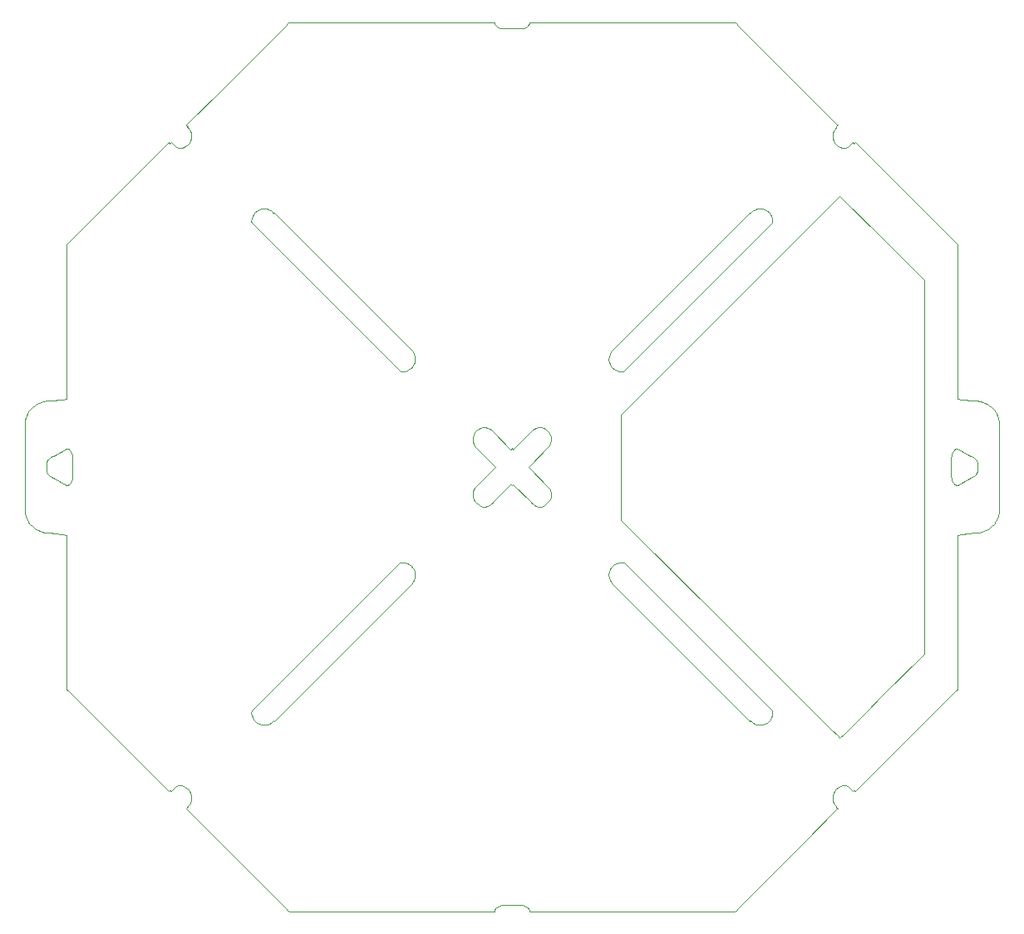
<source format=gm1>
G04 #@! TF.GenerationSoftware,KiCad,Pcbnew,(5.0.0)*
G04 #@! TF.CreationDate,2019-05-25T20:32:28-06:00*
G04 #@! TF.ProjectId,04-H+H_sao,30342D482B485F73616F2E6B69636164,rev?*
G04 #@! TF.SameCoordinates,Original*
G04 #@! TF.FileFunction,Profile,NP*
%FSLAX46Y46*%
G04 Gerber Fmt 4.6, Leading zero omitted, Abs format (unit mm)*
G04 Created by KiCad (PCBNEW (5.0.0)) date 05/25/19 20:32:28*
%MOMM*%
%LPD*%
G01*
G04 APERTURE LIST*
%ADD10C,0.100000*%
G04 APERTURE END LIST*
D10*
X139243104Y-56520225D02*
X139243104Y-56520741D01*
X139243104Y-56520741D02*
X124160304Y-56520741D01*
X124160304Y-56520741D02*
X124154621Y-56520741D01*
X124154621Y-56520741D02*
X123693150Y-56520741D01*
X123693150Y-56520741D02*
X123687464Y-56520741D01*
X123687464Y-56520741D02*
X123632688Y-56520741D01*
X123632688Y-56520741D02*
X123629071Y-56520741D01*
X123629071Y-56520741D02*
X123627005Y-56520741D01*
X123627005Y-56520741D02*
X123627005Y-56523842D01*
X123627005Y-56523842D02*
X123627005Y-56526943D01*
X123627005Y-56526943D02*
X123624936Y-56526943D01*
X123624936Y-56526943D02*
X123624936Y-56527459D01*
X123624936Y-56527459D02*
X123524685Y-56556398D01*
X123524685Y-56556398D02*
X123436317Y-56611692D01*
X123436317Y-56611692D02*
X123368104Y-56688690D01*
X123368104Y-56688690D02*
X123339683Y-56749668D01*
X123339683Y-56749668D02*
X116823285Y-63280535D01*
X116823285Y-63280535D02*
X113142373Y-66954213D01*
X113142373Y-66954213D02*
X113139272Y-66955763D01*
X113139272Y-66955763D02*
X113155292Y-66971783D01*
X113155292Y-66971783D02*
X113144439Y-66982118D01*
X113144439Y-66982118D02*
X113145473Y-66983669D01*
X113145473Y-66983669D02*
X113144956Y-66984185D01*
X113144956Y-66984185D02*
X113147023Y-66986252D01*
X113147023Y-66986252D02*
X113147540Y-66986252D01*
X113147540Y-66986252D02*
X113153741Y-66991937D01*
X113153741Y-66991937D02*
X113151158Y-66994521D01*
X113151158Y-66994521D02*
X113151674Y-66996588D01*
X113151674Y-66996588D02*
X113151674Y-66997104D01*
X113151674Y-66997104D02*
X113152191Y-66999172D01*
X113152191Y-66999172D02*
X113277248Y-67124228D01*
X113277248Y-67124228D02*
X113229189Y-67143866D01*
X113229189Y-67143866D02*
X113251926Y-67165570D01*
X113251926Y-67165570D02*
X113235907Y-67171771D01*
X113235907Y-67171771D02*
X113237457Y-67173838D01*
X113237457Y-67173838D02*
X113236423Y-67174355D01*
X113236423Y-67174355D02*
X113272597Y-67213112D01*
X113272597Y-67213112D02*
X113375950Y-67329384D01*
X113375950Y-67329384D02*
X113432277Y-67410516D01*
X113432277Y-67410516D02*
X113498940Y-67524721D01*
X113498940Y-67524721D02*
X113537180Y-67599135D01*
X113537180Y-67599135D02*
X113604877Y-67793955D01*
X113604877Y-67793955D02*
X113619863Y-67874570D01*
X113619863Y-67874570D02*
X113633298Y-67971722D01*
X113633298Y-67971722D02*
X113640533Y-68082826D01*
X113640533Y-68082826D02*
X113614178Y-68341208D01*
X113614178Y-68341208D02*
X113539764Y-68582021D01*
X113539764Y-68582021D02*
X113421425Y-68799578D01*
X113421425Y-68799578D02*
X113264846Y-68989231D01*
X113264846Y-68989231D02*
X113075193Y-69145810D01*
X113075193Y-69145810D02*
X112857119Y-69264150D01*
X112857119Y-69264150D02*
X112670567Y-69322544D01*
X112670567Y-69322544D02*
X112623024Y-69337013D01*
X112623024Y-69337013D02*
X112495900Y-69349932D01*
X112495900Y-69349932D02*
X112493833Y-69349932D01*
X112493833Y-69349932D02*
X112340871Y-69333913D01*
X112340871Y-69333913D02*
X112096442Y-69256398D01*
X112096442Y-69256398D02*
X111585362Y-68745318D01*
X111585362Y-68745318D02*
X111582261Y-68747385D01*
X111582261Y-68747385D02*
X111579677Y-68744801D01*
X111579677Y-68744801D02*
X111576577Y-68747902D01*
X111576577Y-68747902D02*
X111462889Y-68861073D01*
X111462889Y-68861073D02*
X111349717Y-68747902D01*
X111349717Y-68747902D02*
X111346616Y-68751003D01*
X111346616Y-68751003D02*
X111345583Y-68751519D01*
X111345583Y-68751519D02*
X111343516Y-68749452D01*
X111343516Y-68749452D02*
X111340415Y-68751519D01*
X111340415Y-68751519D02*
X101100214Y-78971566D01*
X101100214Y-78971566D02*
X101082127Y-78980353D01*
X101082127Y-78980353D02*
X101079026Y-78982419D01*
X101079026Y-78982419D02*
X101002028Y-79050632D01*
X101002028Y-79050632D02*
X100946735Y-79138481D01*
X100946735Y-79138481D02*
X100916762Y-79238734D01*
X100916762Y-79238734D02*
X100913662Y-79238734D01*
X100913662Y-79238734D02*
X100913662Y-79240801D01*
X100913662Y-79240801D02*
X100911595Y-79240801D01*
X100911595Y-79240801D02*
X100909528Y-79240801D01*
X100909528Y-79240801D02*
X100909528Y-79243902D01*
X100909528Y-79243902D02*
X100909528Y-79300745D01*
X100909528Y-79300745D02*
X100909528Y-79303846D01*
X100909528Y-79303846D02*
X100909528Y-79768417D01*
X100909528Y-79768417D02*
X100909528Y-79771002D01*
X100909528Y-79771002D02*
X100909528Y-94856385D01*
X100909528Y-94856385D02*
X100462527Y-94927698D01*
X100462527Y-94927698D02*
X100460976Y-94927698D01*
X100460976Y-94927698D02*
X100239284Y-94962321D01*
X100239284Y-94962321D02*
X100237217Y-94962321D01*
X100237217Y-94962321D02*
X100019143Y-94993328D01*
X100019143Y-94993328D02*
X100017076Y-94993328D01*
X100017076Y-94993328D02*
X99803652Y-95021233D01*
X99803652Y-95021233D02*
X99802618Y-95021233D01*
X99802618Y-95021233D02*
X99596429Y-95042937D01*
X99596429Y-95042937D02*
X99594363Y-95042937D01*
X99594363Y-95042937D02*
X99396442Y-95056373D01*
X99396442Y-95056373D02*
X99394375Y-95056373D01*
X99394375Y-95056373D02*
X99299807Y-95060508D01*
X99299807Y-95060508D02*
X99297740Y-95060508D01*
X99297740Y-95060508D02*
X99205756Y-95061540D01*
X99205756Y-95061540D02*
X99204722Y-95061540D01*
X99204722Y-95061540D02*
X99196971Y-95061540D01*
X99196971Y-95061540D02*
X99085866Y-95064641D01*
X99085866Y-95064641D02*
X98996983Y-95070327D01*
X98996983Y-95070327D02*
X98965977Y-95072393D01*
X98965977Y-95072393D02*
X98963910Y-95072393D01*
X98963910Y-95072393D02*
X98847121Y-95086863D01*
X98847121Y-95086863D02*
X98845054Y-95086863D01*
X98845054Y-95086863D02*
X98730332Y-95104950D01*
X98730332Y-95104950D02*
X98728265Y-95104950D01*
X98728265Y-95104950D02*
X98613027Y-95127686D01*
X98613027Y-95127686D02*
X98500372Y-95155591D01*
X98500372Y-95155591D02*
X98389268Y-95188148D01*
X98389268Y-95188148D02*
X98280748Y-95225354D01*
X98280748Y-95225354D02*
X98174294Y-95266695D01*
X98174294Y-95266695D02*
X98070424Y-95312172D01*
X98070424Y-95312172D02*
X97969139Y-95362297D01*
X97969139Y-95362297D02*
X97870953Y-95416558D01*
X97870953Y-95416558D02*
X97775352Y-95474435D01*
X97775352Y-95474435D02*
X97682851Y-95536448D01*
X97682851Y-95536448D02*
X97593968Y-95601560D01*
X97593968Y-95601560D02*
X97507668Y-95670291D01*
X97507668Y-95670291D02*
X97425503Y-95743154D01*
X97425503Y-95743154D02*
X97346438Y-95819635D01*
X97346438Y-95819635D02*
X97271507Y-95899216D01*
X97271507Y-95899216D02*
X97200710Y-95981382D01*
X97200710Y-95981382D02*
X97133531Y-96067166D01*
X97133531Y-96067166D02*
X97069969Y-96155531D01*
X97069969Y-96155531D02*
X97011058Y-96247516D01*
X97011058Y-96247516D02*
X96956797Y-96340533D01*
X96956797Y-96340533D02*
X96907188Y-96437167D01*
X96907188Y-96437167D02*
X96862229Y-96535870D01*
X96862229Y-96535870D02*
X96821922Y-96636639D01*
X96821922Y-96636639D02*
X96786782Y-96740509D01*
X96786782Y-96740509D02*
X96756810Y-96845927D01*
X96756810Y-96845927D02*
X96732005Y-96953414D01*
X96732005Y-96953414D02*
X96712368Y-97062970D01*
X96712368Y-97062970D02*
X96698415Y-97174074D01*
X96698415Y-97174074D02*
X96686013Y-97174074D01*
X96686013Y-97174074D02*
X96686530Y-97176140D01*
X96686530Y-97176140D02*
X96686013Y-97176140D01*
X96686013Y-97176140D02*
X96688080Y-97182342D01*
X96688080Y-97182342D02*
X96688597Y-97184408D01*
X96688597Y-97184408D02*
X96689113Y-97187509D01*
X96689113Y-97187509D02*
X96689113Y-97188025D01*
X96689113Y-97188025D02*
X96689113Y-97204046D01*
X96689113Y-97204046D02*
X96688597Y-97204046D01*
X96688597Y-97204046D02*
X96688597Y-97205080D01*
X96688597Y-97205080D02*
X96686530Y-97205080D01*
X96686530Y-97205080D02*
X96686013Y-97206112D01*
X96686013Y-97206112D02*
X96689113Y-97217481D01*
X96689113Y-97217481D02*
X96689113Y-97399382D01*
X96689113Y-97399382D02*
X96689113Y-97428838D01*
X96689113Y-97428838D02*
X96689113Y-98440663D01*
X96689113Y-98440663D02*
X96689113Y-98470119D01*
X96689113Y-98470119D02*
X96689113Y-98501642D01*
X96689113Y-98501642D02*
X96689113Y-98530579D01*
X96689113Y-98530579D02*
X96689113Y-105075916D01*
X96689113Y-105075916D02*
X96689113Y-105104856D01*
X96689113Y-105104856D02*
X96689113Y-105136378D01*
X96689113Y-105136378D02*
X96689113Y-105165834D01*
X96689113Y-105165834D02*
X96689113Y-106177659D01*
X96689113Y-106177659D02*
X96689113Y-106207113D01*
X96689113Y-106207113D02*
X96689113Y-106389014D01*
X96689113Y-106389014D02*
X96686013Y-106400383D01*
X96686013Y-106400383D02*
X96686530Y-106401417D01*
X96686530Y-106401417D02*
X96688597Y-106401417D01*
X96688597Y-106401417D02*
X96688597Y-106402452D01*
X96688597Y-106402452D02*
X96689113Y-106402452D01*
X96689113Y-106402452D02*
X96689113Y-106418470D01*
X96689113Y-106418470D02*
X96689113Y-106418988D01*
X96689113Y-106418988D02*
X96688597Y-106422087D01*
X96688597Y-106422087D02*
X96688080Y-106424156D01*
X96688080Y-106424156D02*
X96686013Y-106430355D01*
X96686013Y-106430355D02*
X96686530Y-106430355D01*
X96686530Y-106430355D02*
X96686013Y-106432424D01*
X96686013Y-106432424D02*
X96698415Y-106432424D01*
X96698415Y-106432424D02*
X96712368Y-106543528D01*
X96712368Y-106543528D02*
X96732005Y-106653081D01*
X96732005Y-106653081D02*
X96756810Y-106760568D01*
X96756810Y-106760568D02*
X96786782Y-106865989D01*
X96786782Y-106865989D02*
X96821922Y-106969859D01*
X96821922Y-106969859D02*
X96862229Y-107070628D01*
X96862229Y-107070628D02*
X96907188Y-107169328D01*
X96907188Y-107169328D02*
X96956797Y-107265965D01*
X96956797Y-107265965D02*
X97011058Y-107358982D01*
X97011058Y-107358982D02*
X97069969Y-107450967D01*
X97069969Y-107450967D02*
X97133531Y-107539332D01*
X97133531Y-107539332D02*
X97200710Y-107625115D01*
X97200710Y-107625115D02*
X97271507Y-107707282D01*
X97271507Y-107707282D02*
X97346438Y-107786863D01*
X97346438Y-107786863D02*
X97425503Y-107863344D01*
X97425503Y-107863344D02*
X97507668Y-107936207D01*
X97507668Y-107936207D02*
X97593968Y-108004938D01*
X97593968Y-108004938D02*
X97682851Y-108070049D01*
X97682851Y-108070049D02*
X97775352Y-108132060D01*
X97775352Y-108132060D02*
X97870953Y-108189937D01*
X97870953Y-108189937D02*
X97969139Y-108244198D01*
X97969139Y-108244198D02*
X98070424Y-108294326D01*
X98070424Y-108294326D02*
X98174294Y-108339800D01*
X98174294Y-108339800D02*
X98280748Y-108381141D01*
X98280748Y-108381141D02*
X98389268Y-108418349D01*
X98389268Y-108418349D02*
X98500372Y-108450904D01*
X98500372Y-108450904D02*
X98613027Y-108478809D01*
X98613027Y-108478809D02*
X98728265Y-108501548D01*
X98728265Y-108501548D02*
X98730332Y-108501548D01*
X98730332Y-108501548D02*
X98845054Y-108519635D01*
X98845054Y-108519635D02*
X98847121Y-108519635D01*
X98847121Y-108519635D02*
X98963910Y-108534105D01*
X98963910Y-108534105D02*
X98965977Y-108534105D01*
X98965977Y-108534105D02*
X98996983Y-108536171D01*
X98996983Y-108536171D02*
X99085866Y-108541854D01*
X99085866Y-108541854D02*
X99196971Y-108544955D01*
X99196971Y-108544955D02*
X99204722Y-108544955D01*
X99204722Y-108544955D02*
X99205756Y-108544955D01*
X99205756Y-108544955D02*
X99297740Y-108545990D01*
X99297740Y-108545990D02*
X99299807Y-108545990D01*
X99299807Y-108545990D02*
X99394375Y-108550122D01*
X99394375Y-108550122D02*
X99396442Y-108550122D01*
X99396442Y-108550122D02*
X99594363Y-108563558D01*
X99594363Y-108563558D02*
X99596429Y-108563558D01*
X99596429Y-108563558D02*
X99802618Y-108585264D01*
X99802618Y-108585264D02*
X99803652Y-108585264D01*
X99803652Y-108585264D02*
X100017076Y-108613167D01*
X100017076Y-108613167D02*
X100019143Y-108613167D01*
X100019143Y-108613167D02*
X100237217Y-108644174D01*
X100237217Y-108644174D02*
X100239284Y-108644174D01*
X100239284Y-108644174D02*
X100460976Y-108678797D01*
X100460976Y-108678797D02*
X100462527Y-108678797D01*
X100462527Y-108678797D02*
X100909528Y-108750110D01*
X100909528Y-108750110D02*
X100909528Y-123835496D01*
X100909528Y-123835496D02*
X100909528Y-123838078D01*
X100909528Y-123838078D02*
X100909528Y-124302649D01*
X100909528Y-124302649D02*
X100909528Y-124305750D01*
X100909528Y-124305750D02*
X100909528Y-124362593D01*
X100909528Y-124362593D02*
X100909528Y-124365694D01*
X100909528Y-124365694D02*
X100911595Y-124365694D01*
X100911595Y-124365694D02*
X100913662Y-124365694D01*
X100913662Y-124365694D02*
X100913662Y-124367763D01*
X100913662Y-124367763D02*
X100916762Y-124367763D01*
X100916762Y-124367763D02*
X100946735Y-124468014D01*
X100946735Y-124468014D02*
X101002028Y-124555863D01*
X101002028Y-124555863D02*
X101079026Y-124624078D01*
X101079026Y-124624078D02*
X101082127Y-124626145D01*
X101082127Y-124626145D02*
X101100214Y-124634929D01*
X101100214Y-124634929D02*
X111340415Y-134854976D01*
X111340415Y-134854976D02*
X111343516Y-134857045D01*
X111343516Y-134857045D02*
X111346100Y-134854460D01*
X111346100Y-134854460D02*
X111346616Y-134854976D01*
X111346616Y-134854976D02*
X111349717Y-134858077D01*
X111349717Y-134858077D02*
X111462889Y-134744907D01*
X111462889Y-134744907D02*
X111576577Y-134858077D01*
X111576577Y-134858077D02*
X111579677Y-134861178D01*
X111579677Y-134861178D02*
X111582261Y-134859111D01*
X111582261Y-134859111D02*
X111585362Y-134861178D01*
X111585362Y-134861178D02*
X112096442Y-134350098D01*
X112096442Y-134350098D02*
X112342938Y-134272067D01*
X112342938Y-134272067D02*
X112498484Y-134256565D01*
X112498484Y-134256565D02*
X112620957Y-134268966D01*
X112620957Y-134268966D02*
X112857119Y-134342346D01*
X112857119Y-134342346D02*
X113075193Y-134460686D01*
X113075193Y-134460686D02*
X113264846Y-134617266D01*
X113264846Y-134617266D02*
X113421425Y-134806917D01*
X113421425Y-134806917D02*
X113539764Y-135024476D01*
X113539764Y-135024476D02*
X113614178Y-135265289D01*
X113614178Y-135265289D02*
X113640533Y-135523671D01*
X113640533Y-135523671D02*
X113633298Y-135633740D01*
X113633298Y-135633740D02*
X113619346Y-135733477D01*
X113619346Y-135733477D02*
X113604877Y-135811508D01*
X113604877Y-135811508D02*
X113536147Y-136008395D01*
X113536147Y-136008395D02*
X113501007Y-136077642D01*
X113501007Y-136077642D02*
X113430727Y-136198564D01*
X113430727Y-136198564D02*
X113377500Y-136274529D01*
X113377500Y-136274529D02*
X113263295Y-136403204D01*
X113263295Y-136403204D02*
X113236423Y-136432141D01*
X113236423Y-136432141D02*
X113237457Y-136432660D01*
X113237457Y-136432660D02*
X113235907Y-136434208D01*
X113235907Y-136434208D02*
X113252443Y-136440410D01*
X113252443Y-136440410D02*
X113229189Y-136462632D01*
X113229189Y-136462632D02*
X113277248Y-136482269D01*
X113277248Y-136482269D02*
X113152191Y-136607325D01*
X113152191Y-136607325D02*
X113151674Y-136608359D01*
X113151674Y-136608359D02*
X113151674Y-136608875D01*
X113151674Y-136608875D02*
X113151674Y-136609910D01*
X113151674Y-136609910D02*
X113151158Y-136611460D01*
X113151158Y-136611460D02*
X113153741Y-136614042D01*
X113153741Y-136614042D02*
X113147540Y-136620244D01*
X113147540Y-136620244D02*
X113147023Y-136620244D01*
X113147023Y-136620244D02*
X113144956Y-136622311D01*
X113144956Y-136622311D02*
X113145473Y-136622827D01*
X113145473Y-136622827D02*
X113144439Y-136623861D01*
X113144439Y-136623861D02*
X113155292Y-136634714D01*
X113155292Y-136634714D02*
X113139272Y-136650732D01*
X113139272Y-136650732D02*
X113142373Y-136652283D01*
X113142373Y-136652283D02*
X116823285Y-140325961D01*
X116823285Y-140325961D02*
X123339683Y-146856828D01*
X123339683Y-146856828D02*
X123368104Y-146917806D01*
X123368104Y-146917806D02*
X123436317Y-146994805D01*
X123436317Y-146994805D02*
X123524685Y-147050098D01*
X123524685Y-147050098D02*
X123624936Y-147079038D01*
X123624936Y-147079038D02*
X123624936Y-147079554D01*
X123624936Y-147079554D02*
X123627005Y-147079554D01*
X123627005Y-147079554D02*
X123627005Y-147082655D01*
X123627005Y-147082655D02*
X123627005Y-147085756D01*
X123627005Y-147085756D02*
X123629071Y-147085756D01*
X123629071Y-147085756D02*
X123632688Y-147085756D01*
X123632688Y-147085756D02*
X123687464Y-147085756D01*
X123687464Y-147085756D02*
X123693150Y-147085756D01*
X123693150Y-147085756D02*
X124154621Y-147085756D01*
X124154621Y-147085756D02*
X124160304Y-147085756D01*
X124160304Y-147085756D02*
X139243104Y-147085756D01*
X139243104Y-147085756D02*
X139243104Y-147086272D01*
X139243104Y-147086272D02*
X139248790Y-147086272D01*
X139248790Y-147086272D02*
X139487018Y-147086272D01*
X139487018Y-147086272D02*
X144259337Y-147086272D01*
X144259337Y-147086272D02*
X144489297Y-147086272D01*
X144489297Y-147086272D02*
X144496015Y-147086272D01*
X144496015Y-147086272D02*
X144496531Y-147068185D01*
X144496531Y-147068185D02*
X144502732Y-147031495D01*
X144502732Y-147031495D02*
X144502732Y-147030979D01*
X144502732Y-147030979D02*
X144513067Y-146995837D01*
X144513067Y-146995837D02*
X144527019Y-146959147D01*
X144527019Y-146959147D02*
X144545105Y-146922974D01*
X144545105Y-146922974D02*
X144565777Y-146887834D01*
X144565777Y-146887834D02*
X144589032Y-146853211D01*
X144589032Y-146853211D02*
X144613836Y-146819103D01*
X144613836Y-146819103D02*
X144643292Y-146786549D01*
X144643292Y-146786549D02*
X144706337Y-146724020D01*
X144706337Y-146724020D02*
X144778166Y-146666658D01*
X144778166Y-146666658D02*
X144857232Y-146614467D01*
X144857232Y-146614467D02*
X144940430Y-146568474D01*
X144940430Y-146568474D02*
X145028282Y-146529199D01*
X145028282Y-146529199D02*
X145118198Y-146497677D01*
X145118198Y-146497677D02*
X145210183Y-146473907D01*
X145210183Y-146473907D02*
X145301134Y-146460471D01*
X145301134Y-146460471D02*
X145390015Y-146455820D01*
X145390015Y-146455820D02*
X147205409Y-146455820D01*
X147205409Y-146455820D02*
X147294809Y-146460471D01*
X147294809Y-146460471D02*
X147385759Y-146473907D01*
X147385759Y-146473907D02*
X147477226Y-146497677D01*
X147477226Y-146497677D02*
X147567145Y-146529199D01*
X147567145Y-146529199D02*
X147654994Y-146568474D01*
X147654994Y-146568474D02*
X147738711Y-146614467D01*
X147738711Y-146614467D02*
X147817258Y-146666658D01*
X147817258Y-146666658D02*
X147889090Y-146724020D01*
X147889090Y-146724020D02*
X147952650Y-146786549D01*
X147952650Y-146786549D02*
X147981591Y-146819103D01*
X147981591Y-146819103D02*
X148006911Y-146853211D01*
X148006911Y-146853211D02*
X148030165Y-146887834D01*
X148030165Y-146887834D02*
X148050319Y-146922974D01*
X148050319Y-146922974D02*
X148068406Y-146959147D01*
X148068406Y-146959147D02*
X148082357Y-146995837D01*
X148082357Y-146995837D02*
X148092176Y-147030979D01*
X148092176Y-147030979D02*
X148092176Y-147031495D01*
X148092176Y-147031495D02*
X148098378Y-147068185D01*
X148098378Y-147068185D02*
X148099412Y-147086272D01*
X148099412Y-147086272D02*
X148105611Y-147086272D01*
X148105611Y-147086272D02*
X148341257Y-147086272D01*
X148341257Y-147086272D02*
X153114092Y-147086272D01*
X153114092Y-147086272D02*
X153346121Y-147086272D01*
X153346121Y-147086272D02*
X153351804Y-147086272D01*
X153351804Y-147086272D02*
X153351804Y-147085756D01*
X153351804Y-147085756D02*
X168432538Y-147085756D01*
X168432538Y-147085756D02*
X168438221Y-147085756D01*
X168438221Y-147085756D02*
X168899691Y-147085756D01*
X168899691Y-147085756D02*
X168905377Y-147085756D01*
X168905377Y-147085756D02*
X168960154Y-147085756D01*
X168960154Y-147085756D02*
X168961704Y-147085756D01*
X168961704Y-147085756D02*
X168966356Y-147085756D01*
X168966356Y-147085756D02*
X168968422Y-147085756D01*
X168968422Y-147085756D02*
X168968422Y-147082655D01*
X168968422Y-147082655D02*
X168968422Y-147079554D01*
X168968422Y-147079554D02*
X168969973Y-147079554D01*
X168969973Y-147079554D02*
X168969973Y-147079038D01*
X168969973Y-147079038D02*
X169070223Y-147050098D01*
X169070223Y-147050098D02*
X169158592Y-146994805D01*
X169158592Y-146994805D02*
X169226804Y-146917806D01*
X169226804Y-146917806D02*
X169255225Y-146856828D01*
X169255225Y-146856828D02*
X175771624Y-140325961D01*
X175771624Y-140325961D02*
X179452537Y-136652283D01*
X179452537Y-136652283D02*
X179455638Y-136650732D01*
X179455638Y-136650732D02*
X179439101Y-136634196D01*
X179439101Y-136634196D02*
X179449952Y-136623861D01*
X179449952Y-136623861D02*
X179449436Y-136622827D01*
X179449436Y-136622827D02*
X179449952Y-136622311D01*
X179449952Y-136622311D02*
X179447885Y-136620244D01*
X179447885Y-136620244D02*
X179447369Y-136620244D01*
X179447369Y-136620244D02*
X179441168Y-136614042D01*
X179441168Y-136614042D02*
X179443750Y-136611460D01*
X179443750Y-136611460D02*
X179443234Y-136610425D01*
X179443234Y-136610425D02*
X179443234Y-136608875D01*
X179443234Y-136608875D02*
X179443234Y-136607325D01*
X179443234Y-136607325D02*
X179318179Y-136482269D01*
X179318179Y-136482269D02*
X179366238Y-136462632D01*
X179366238Y-136462632D02*
X179342981Y-136440410D01*
X179342981Y-136440410D02*
X179359001Y-136434208D01*
X179359001Y-136434208D02*
X179357451Y-136432660D01*
X179357451Y-136432660D02*
X179359001Y-136432141D01*
X179359001Y-136432141D02*
X179321796Y-136392351D01*
X179321796Y-136392351D02*
X179219992Y-136277111D01*
X179219992Y-136277111D02*
X179161080Y-136193397D01*
X179161080Y-136193397D02*
X179100620Y-136090043D01*
X179100620Y-136090043D02*
X179056178Y-136002712D01*
X179056178Y-136002712D02*
X178991066Y-135815125D01*
X178991066Y-135815125D02*
X178974011Y-135722624D01*
X178974011Y-135722624D02*
X178962642Y-135640976D01*
X178962642Y-135640976D02*
X178954893Y-135523671D01*
X178954893Y-135523671D02*
X178980729Y-135265289D01*
X178980729Y-135265289D02*
X179055662Y-135024476D01*
X179055662Y-135024476D02*
X179173999Y-134806917D01*
X179173999Y-134806917D02*
X179330064Y-134617266D01*
X179330064Y-134617266D02*
X179520233Y-134460686D01*
X179520233Y-134460686D02*
X179737789Y-134342346D01*
X179737789Y-134342346D02*
X179974467Y-134268450D01*
X179974467Y-134268450D02*
X180096424Y-134256565D01*
X180096424Y-134256565D02*
X180251970Y-134272067D01*
X180251970Y-134272067D02*
X180498985Y-134350098D01*
X180498985Y-134350098D02*
X181010065Y-134861178D01*
X181010065Y-134861178D02*
X181013163Y-134859111D01*
X181013163Y-134859111D02*
X181015232Y-134861178D01*
X181015232Y-134861178D02*
X181018333Y-134858077D01*
X181018333Y-134858077D02*
X181132019Y-134744907D01*
X181132019Y-134744907D02*
X181245192Y-134858077D01*
X181245192Y-134858077D02*
X181247774Y-134854976D01*
X181247774Y-134854976D02*
X181248809Y-134853944D01*
X181248809Y-134853944D02*
X181251910Y-134857045D01*
X181251910Y-134857045D02*
X181255011Y-134854976D01*
X181255011Y-134854976D02*
X191495211Y-124634929D01*
X191495211Y-124634929D02*
X191513298Y-124626145D01*
X191513298Y-124626145D02*
X191515883Y-124624078D01*
X191515883Y-124624078D02*
X191592879Y-124555863D01*
X191592879Y-124555863D02*
X191648175Y-124468014D01*
X191648175Y-124468014D02*
X191678663Y-124367763D01*
X191678663Y-124367763D02*
X191681248Y-124367763D01*
X191681248Y-124367763D02*
X191681248Y-124365694D01*
X191681248Y-124365694D02*
X191683314Y-124365694D01*
X191683314Y-124365694D02*
X191685380Y-124365694D01*
X191685380Y-124365694D02*
X191685380Y-124362593D01*
X191685380Y-124362593D02*
X191685380Y-124305750D01*
X191685380Y-124305750D02*
X191685380Y-124302649D01*
X191685380Y-124302649D02*
X191685380Y-123838078D01*
X191685380Y-123838078D02*
X191685380Y-123835496D01*
X191685380Y-123835496D02*
X191685380Y-108750110D01*
X191685380Y-108750110D02*
X192132383Y-108678797D01*
X192132383Y-108678797D02*
X192134450Y-108678797D01*
X192134450Y-108678797D02*
X192356141Y-108644174D01*
X192356141Y-108644174D02*
X192358208Y-108644174D01*
X192358208Y-108644174D02*
X192576283Y-108613167D01*
X192576283Y-108613167D02*
X192578349Y-108613167D01*
X192578349Y-108613167D02*
X192791773Y-108585264D01*
X192791773Y-108585264D02*
X192792807Y-108585264D01*
X192792807Y-108585264D02*
X192998997Y-108563558D01*
X192998997Y-108563558D02*
X193000547Y-108563558D01*
X193000547Y-108563558D02*
X193198466Y-108550122D01*
X193198466Y-108550122D02*
X193200533Y-108550122D01*
X193200533Y-108550122D02*
X193295103Y-108545990D01*
X193295103Y-108545990D02*
X193297169Y-108545990D01*
X193297169Y-108545990D02*
X193389154Y-108544955D01*
X193389154Y-108544955D02*
X193390186Y-108544955D01*
X193390186Y-108544955D02*
X193398454Y-108544955D01*
X193398454Y-108544955D02*
X193509558Y-108541854D01*
X193509558Y-108541854D02*
X193598442Y-108536171D01*
X193598442Y-108536171D02*
X193629449Y-108534105D01*
X193629449Y-108534105D02*
X193631515Y-108534105D01*
X193631515Y-108534105D02*
X193748305Y-108519635D01*
X193748305Y-108519635D02*
X193749855Y-108519635D01*
X193749855Y-108519635D02*
X193864576Y-108501548D01*
X193864576Y-108501548D02*
X193866642Y-108501548D01*
X193866642Y-108501548D02*
X193981882Y-108478809D01*
X193981882Y-108478809D02*
X194094536Y-108450904D01*
X194094536Y-108450904D02*
X194205640Y-108418349D01*
X194205640Y-108418349D02*
X194314161Y-108381141D01*
X194314161Y-108381141D02*
X194420614Y-108339800D01*
X194420614Y-108339800D02*
X194524484Y-108294326D01*
X194524484Y-108294326D02*
X194625769Y-108244198D01*
X194625769Y-108244198D02*
X194723956Y-108189937D01*
X194723956Y-108189937D02*
X194819558Y-108132060D01*
X194819558Y-108132060D02*
X194912059Y-108070049D01*
X194912059Y-108070049D02*
X195000940Y-108004938D01*
X195000940Y-108004938D02*
X195087239Y-107936207D01*
X195087239Y-107936207D02*
X195169406Y-107863344D01*
X195169406Y-107863344D02*
X195248987Y-107786863D01*
X195248987Y-107786863D02*
X195323401Y-107707282D01*
X195323401Y-107707282D02*
X195394198Y-107625115D01*
X195394198Y-107625115D02*
X195461895Y-107539332D01*
X195461895Y-107539332D02*
X195525455Y-107450967D01*
X195525455Y-107450967D02*
X195584368Y-107358982D01*
X195584368Y-107358982D02*
X195638628Y-107265965D01*
X195638628Y-107265965D02*
X195688238Y-107169328D01*
X195688238Y-107169328D02*
X195733196Y-107070628D01*
X195733196Y-107070628D02*
X195773502Y-106969859D01*
X195773502Y-106969859D02*
X195808644Y-106865989D01*
X195808644Y-106865989D02*
X195838616Y-106760568D01*
X195838616Y-106760568D02*
X195863421Y-106653081D01*
X195863421Y-106653081D02*
X195883058Y-106543528D01*
X195883058Y-106543528D02*
X195897010Y-106432424D01*
X195897010Y-106432424D02*
X195909413Y-106432424D01*
X195909413Y-106432424D02*
X195908895Y-106430355D01*
X195908895Y-106430355D02*
X195909413Y-106430355D01*
X195909413Y-106430355D02*
X195907344Y-106424156D01*
X195907344Y-106424156D02*
X195906828Y-106422087D01*
X195906828Y-106422087D02*
X195906313Y-106418988D01*
X195906313Y-106418988D02*
X195906313Y-106418470D01*
X195906313Y-106418470D02*
X195906313Y-106402452D01*
X195906313Y-106402452D02*
X195906313Y-106401417D01*
X195906313Y-106401417D02*
X195908379Y-106401417D01*
X195908379Y-106401417D02*
X195908895Y-106400383D01*
X195908895Y-106400383D02*
X195906313Y-106391083D01*
X195906313Y-106391083D02*
X195906313Y-106207113D01*
X195906313Y-106207113D02*
X195906313Y-105165834D01*
X195906313Y-105165834D02*
X195906313Y-105104856D01*
X195906313Y-105104856D02*
X195906313Y-98530579D01*
X195906313Y-98530579D02*
X195906313Y-98470119D01*
X195906313Y-98470119D02*
X195906313Y-97428838D01*
X195906313Y-97428838D02*
X195906313Y-97217481D01*
X195906313Y-97217481D02*
X195909413Y-97206112D01*
X195909413Y-97206112D02*
X195908895Y-97205080D01*
X195908895Y-97205080D02*
X195906828Y-97205080D01*
X195906828Y-97205080D02*
X195906828Y-97204046D01*
X195906828Y-97204046D02*
X195905794Y-97204046D01*
X195905794Y-97204046D02*
X195905794Y-97188025D01*
X195905794Y-97188025D02*
X195905794Y-97187509D01*
X195905794Y-97187509D02*
X195906313Y-97184408D01*
X195906313Y-97184408D02*
X195906828Y-97182342D01*
X195906828Y-97182342D02*
X195908895Y-97176140D01*
X195908895Y-97176140D02*
X195908379Y-97176140D01*
X195908379Y-97176140D02*
X195908895Y-97174074D01*
X195908895Y-97174074D02*
X195896494Y-97174074D01*
X195896494Y-97174074D02*
X195882540Y-97062970D01*
X195882540Y-97062970D02*
X195862902Y-96953414D01*
X195862902Y-96953414D02*
X195838100Y-96845927D01*
X195838100Y-96845927D02*
X195808126Y-96740509D01*
X195808126Y-96740509D02*
X195772986Y-96636639D01*
X195772986Y-96636639D02*
X195732680Y-96535870D01*
X195732680Y-96535870D02*
X195687722Y-96437167D01*
X195687722Y-96437167D02*
X195638112Y-96340533D01*
X195638112Y-96340533D02*
X195583852Y-96247516D01*
X195583852Y-96247516D02*
X195524939Y-96155531D01*
X195524939Y-96155531D02*
X195461379Y-96067166D01*
X195461379Y-96067166D02*
X195393682Y-95981382D01*
X195393682Y-95981382D02*
X195322885Y-95899216D01*
X195322885Y-95899216D02*
X195248471Y-95819635D01*
X195248471Y-95819635D02*
X195168890Y-95743154D01*
X195168890Y-95743154D02*
X195086723Y-95670291D01*
X195086723Y-95670291D02*
X195000424Y-95601560D01*
X195000424Y-95601560D02*
X194911540Y-95536448D01*
X194911540Y-95536448D02*
X194819039Y-95474435D01*
X194819039Y-95474435D02*
X194723437Y-95416558D01*
X194723437Y-95416558D02*
X194625253Y-95362297D01*
X194625253Y-95362297D02*
X194523968Y-95312172D01*
X194523968Y-95312172D02*
X194420098Y-95266695D01*
X194420098Y-95266695D02*
X194313645Y-95225354D01*
X194313645Y-95225354D02*
X194205124Y-95188148D01*
X194205124Y-95188148D02*
X194094020Y-95155591D01*
X194094020Y-95155591D02*
X193981366Y-95127686D01*
X193981366Y-95127686D02*
X193866126Y-95104950D01*
X193866126Y-95104950D02*
X193864060Y-95104950D01*
X193864060Y-95104950D02*
X193749337Y-95086863D01*
X193749337Y-95086863D02*
X193747786Y-95086863D01*
X193747786Y-95086863D02*
X193630999Y-95072393D01*
X193630999Y-95072393D02*
X193628933Y-95072393D01*
X193628933Y-95072393D02*
X193597926Y-95070327D01*
X193597926Y-95070327D02*
X193509042Y-95064641D01*
X193509042Y-95064641D02*
X193397938Y-95061540D01*
X193397938Y-95061540D02*
X193389670Y-95061540D01*
X193389670Y-95061540D02*
X193388635Y-95061540D01*
X193388635Y-95061540D02*
X193296653Y-95060508D01*
X193296653Y-95060508D02*
X193294584Y-95060508D01*
X193294584Y-95060508D02*
X193200017Y-95056373D01*
X193200017Y-95056373D02*
X193197950Y-95056373D01*
X193197950Y-95056373D02*
X193000029Y-95042937D01*
X193000029Y-95042937D02*
X192998478Y-95042937D01*
X192998478Y-95042937D02*
X192792291Y-95021233D01*
X192792291Y-95021233D02*
X192791257Y-95021233D01*
X192791257Y-95021233D02*
X192577833Y-94993328D01*
X192577833Y-94993328D02*
X192575767Y-94993328D01*
X192575767Y-94993328D02*
X192357692Y-94962321D01*
X192357692Y-94962321D02*
X192355625Y-94962321D01*
X192355625Y-94962321D02*
X192133934Y-94927698D01*
X192133934Y-94927698D02*
X192131865Y-94927698D01*
X192131865Y-94927698D02*
X191684864Y-94856385D01*
X191684864Y-94856385D02*
X191684864Y-79771002D01*
X191684864Y-79771002D02*
X191684864Y-79768417D01*
X191684864Y-79768417D02*
X191684864Y-79303846D01*
X191684864Y-79303846D02*
X191684864Y-79300745D01*
X191684864Y-79300745D02*
X191684864Y-79243902D01*
X191684864Y-79243902D02*
X191684864Y-79240801D01*
X191684864Y-79240801D02*
X191682798Y-79240801D01*
X191682798Y-79240801D02*
X191680729Y-79240801D01*
X191680729Y-79240801D02*
X191680729Y-79238734D01*
X191680729Y-79238734D02*
X191678147Y-79238734D01*
X191678147Y-79238734D02*
X191647656Y-79138481D01*
X191647656Y-79138481D02*
X191592363Y-79050632D01*
X191592363Y-79050632D02*
X191515364Y-78982419D01*
X191515364Y-78982419D02*
X191512782Y-78980353D01*
X191512782Y-78980353D02*
X191494695Y-78971566D01*
X191494695Y-78971566D02*
X181254492Y-68751519D01*
X181254492Y-68751519D02*
X181251394Y-68749452D01*
X181251394Y-68749452D02*
X181249325Y-68751519D01*
X181249325Y-68751519D02*
X181248293Y-68751003D01*
X181248293Y-68751003D02*
X181245192Y-68747902D01*
X181245192Y-68747902D02*
X181132019Y-68861073D01*
X181132019Y-68861073D02*
X181018333Y-68747902D01*
X181018333Y-68747902D02*
X181015232Y-68744801D01*
X181015232Y-68744801D02*
X181012647Y-68747385D01*
X181012647Y-68747385D02*
X181009546Y-68745318D01*
X181009546Y-68745318D02*
X180498466Y-69256398D01*
X180498466Y-69256398D02*
X180253520Y-69333913D01*
X180253520Y-69333913D02*
X180119162Y-69347865D01*
X180119162Y-69347865D02*
X180099009Y-69349932D01*
X180099009Y-69349932D02*
X180098490Y-69349932D01*
X180098490Y-69349932D02*
X179971885Y-69337013D01*
X179971885Y-69337013D02*
X179907805Y-69317376D01*
X179907805Y-69317376D02*
X179737273Y-69264150D01*
X179737273Y-69264150D02*
X179519714Y-69145810D01*
X179519714Y-69145810D02*
X179329545Y-68989231D01*
X179329545Y-68989231D02*
X179173483Y-68799578D01*
X179173483Y-68799578D02*
X179055143Y-68582021D01*
X179055143Y-68582021D02*
X178980213Y-68341208D01*
X178980213Y-68341208D02*
X178954377Y-68082826D01*
X178954377Y-68082826D02*
X178961610Y-67971722D01*
X178961610Y-67971722D02*
X178975046Y-67874570D01*
X178975046Y-67874570D02*
X178990032Y-67793438D01*
X178990032Y-67793438D02*
X179056694Y-67601719D01*
X179056694Y-67601719D02*
X179098553Y-67519553D01*
X179098553Y-67519553D02*
X179161598Y-67411550D01*
X179161598Y-67411550D02*
X179218960Y-67329384D01*
X179218960Y-67329384D02*
X179322311Y-67213112D01*
X179322311Y-67213112D02*
X179358485Y-67174355D01*
X179358485Y-67174355D02*
X179357451Y-67173838D01*
X179357451Y-67173838D02*
X179359001Y-67171771D01*
X179359001Y-67171771D02*
X179342981Y-67165570D01*
X179342981Y-67165570D02*
X179365719Y-67143866D01*
X179365719Y-67143866D02*
X179317660Y-67124228D01*
X179317660Y-67124228D02*
X179442718Y-66999172D01*
X179442718Y-66999172D02*
X179443234Y-66997104D01*
X179443234Y-66997104D02*
X179443234Y-66996588D01*
X179443234Y-66996588D02*
X179443750Y-66994521D01*
X179443750Y-66994521D02*
X179441168Y-66991937D01*
X179441168Y-66991937D02*
X179446851Y-66986252D01*
X179446851Y-66986252D02*
X179447369Y-66986252D01*
X179447369Y-66986252D02*
X179449436Y-66984185D01*
X179449436Y-66984185D02*
X179448401Y-66983669D01*
X179448401Y-66983669D02*
X179449952Y-66982118D01*
X179449952Y-66982118D02*
X179439101Y-66971783D01*
X179439101Y-66971783D02*
X179455119Y-66955763D01*
X179455119Y-66955763D02*
X179452018Y-66954213D01*
X179452018Y-66954213D02*
X175771106Y-63280535D01*
X175771106Y-63280535D02*
X169254709Y-56749668D01*
X169254709Y-56749668D02*
X169226288Y-56688690D01*
X169226288Y-56688690D02*
X169158073Y-56611692D01*
X169158073Y-56611692D02*
X169069707Y-56556398D01*
X169069707Y-56556398D02*
X168969454Y-56527459D01*
X168969454Y-56527459D02*
X168969454Y-56526943D01*
X168969454Y-56526943D02*
X168967904Y-56526943D01*
X168967904Y-56526943D02*
X168967904Y-56523842D01*
X168967904Y-56523842D02*
X168967904Y-56520741D01*
X168967904Y-56520741D02*
X168965837Y-56520741D01*
X168965837Y-56520741D02*
X168961704Y-56520741D01*
X168961704Y-56520741D02*
X168960154Y-56520741D01*
X168960154Y-56520741D02*
X168905377Y-56520741D01*
X168905377Y-56520741D02*
X168899691Y-56520741D01*
X168899691Y-56520741D02*
X168438221Y-56520741D01*
X168438221Y-56520741D02*
X168432538Y-56520741D01*
X168432538Y-56520741D02*
X153351804Y-56520741D01*
X153351804Y-56520741D02*
X153351804Y-56520225D01*
X153351804Y-56520225D02*
X153346121Y-56520225D01*
X153346121Y-56520225D02*
X153114092Y-56520225D01*
X153114092Y-56520225D02*
X148341257Y-56520225D01*
X148341257Y-56520225D02*
X148105611Y-56520225D01*
X148105611Y-56520225D02*
X148099412Y-56520225D01*
X148099412Y-56520225D02*
X148098378Y-56538311D01*
X148098378Y-56538311D02*
X148092176Y-56575002D01*
X148092176Y-56575002D02*
X148092176Y-56575518D01*
X148092176Y-56575518D02*
X148082357Y-56610658D01*
X148082357Y-56610658D02*
X148068406Y-56647349D01*
X148068406Y-56647349D02*
X148049803Y-56683522D01*
X148049803Y-56683522D02*
X148029649Y-56718662D01*
X148029649Y-56718662D02*
X148006393Y-56753285D01*
X148006393Y-56753285D02*
X147981072Y-56787392D01*
X147981072Y-56787392D02*
X147952134Y-56819948D01*
X147952134Y-56819948D02*
X147888571Y-56882477D01*
X147888571Y-56882477D02*
X147816742Y-56939837D01*
X147816742Y-56939837D02*
X147738192Y-56992030D01*
X147738192Y-56992030D02*
X147654478Y-57038022D01*
X147654478Y-57038022D02*
X147566629Y-57077297D01*
X147566629Y-57077297D02*
X147476710Y-57108819D01*
X147476710Y-57108819D02*
X147385244Y-57132590D01*
X147385244Y-57132590D02*
X147294293Y-57146026D01*
X147294293Y-57146026D02*
X147204893Y-57150677D01*
X147204893Y-57150677D02*
X145390015Y-57150677D01*
X145390015Y-57150677D02*
X145300615Y-57146026D01*
X145300615Y-57146026D02*
X145209665Y-57132590D01*
X145209665Y-57132590D02*
X145118198Y-57108819D01*
X145118198Y-57108819D02*
X145028282Y-57077297D01*
X145028282Y-57077297D02*
X144940430Y-57038022D01*
X144940430Y-57038022D02*
X144856716Y-56992030D01*
X144856716Y-56992030D02*
X144778166Y-56939837D01*
X144778166Y-56939837D02*
X144706337Y-56882477D01*
X144706337Y-56882477D02*
X144642774Y-56819948D01*
X144642774Y-56819948D02*
X144613836Y-56787392D01*
X144613836Y-56787392D02*
X144588516Y-56753285D01*
X144588516Y-56753285D02*
X144565261Y-56718662D01*
X144565261Y-56718662D02*
X144545105Y-56683522D01*
X144545105Y-56683522D02*
X144526503Y-56647349D01*
X144526503Y-56647349D02*
X144512551Y-56610658D01*
X144512551Y-56610658D02*
X144502214Y-56575518D01*
X144502214Y-56575518D02*
X144502214Y-56575002D01*
X144502214Y-56575002D02*
X144496531Y-56538311D01*
X144496531Y-56538311D02*
X144495496Y-56520225D01*
X144495496Y-56520225D02*
X144489297Y-56520225D01*
X144489297Y-56520225D02*
X144259337Y-56520225D01*
X144259337Y-56520225D02*
X139487018Y-56520225D01*
X139487018Y-56520225D02*
X139248790Y-56520225D01*
X139248790Y-56520225D02*
X139243104Y-56520225D01*
X139243104Y-56520225D02*
X139243104Y-56520225D01*
X179691797Y-74184779D02*
X183994895Y-78486842D01*
X183994895Y-78486842D02*
X188297991Y-82789422D01*
X188297991Y-82789422D02*
X188297991Y-101826502D01*
X188297991Y-101826502D02*
X188297991Y-120863582D01*
X188297991Y-120863582D02*
X184018150Y-125142908D01*
X184018150Y-125142908D02*
X182352575Y-126804397D01*
X182352575Y-126804397D02*
X180981558Y-128164913D01*
X180981558Y-128164913D02*
X180047120Y-129084129D01*
X180047120Y-129084129D02*
X179787999Y-129334397D01*
X179787999Y-129334397D02*
X179691281Y-129421718D01*
X179691281Y-129421718D02*
X179455226Y-129194998D01*
X179455226Y-129194998D02*
X178796762Y-128545210D01*
X178796762Y-128545210D02*
X176395574Y-126158668D01*
X176395574Y-126158668D02*
X172853650Y-122626558D01*
X172853650Y-122626558D02*
X168536924Y-118313351D01*
X168536924Y-118313351D02*
X157428557Y-107204986D01*
X157428557Y-107204986D02*
X157428557Y-101825986D01*
X157428557Y-101825986D02*
X157428557Y-96447504D01*
X157428557Y-96447504D02*
X168560178Y-85315883D01*
X168560178Y-85315883D02*
X179691797Y-74184779D01*
X179691797Y-74184779D02*
X179691797Y-74184779D01*
X121043699Y-75497878D02*
X121186326Y-75506146D01*
X121186326Y-75506146D02*
X121325335Y-75529400D01*
X121325335Y-75529400D02*
X121460728Y-75567641D01*
X121460728Y-75567641D02*
X121589919Y-75620867D01*
X121589919Y-75620867D02*
X121713425Y-75687530D01*
X121713425Y-75687530D02*
X121828664Y-75767112D01*
X121828664Y-75767112D02*
X121935117Y-75859612D01*
X121935117Y-75859612D02*
X122031752Y-75964516D01*
X122031752Y-75964516D02*
X122058624Y-75905604D01*
X122058624Y-75905604D02*
X136027798Y-89874778D01*
X136027798Y-89874778D02*
X136022630Y-89877879D01*
X136022630Y-89877879D02*
X136192644Y-90070630D01*
X136192644Y-90070630D02*
X136320287Y-90290772D01*
X136320287Y-90290772D02*
X136401418Y-90532101D01*
X136401418Y-90532101D02*
X136433973Y-90787384D01*
X136433973Y-90787384D02*
X136433973Y-90787900D01*
X136433973Y-90787900D02*
X136433457Y-90787900D01*
X136433457Y-90787900D02*
X136430872Y-90878335D01*
X136430872Y-90878335D02*
X136389533Y-91122246D01*
X136389533Y-91122246D02*
X136305301Y-91347555D01*
X136305301Y-91347555D02*
X136182309Y-91550128D01*
X136182309Y-91550128D02*
X136025731Y-91725827D01*
X136025731Y-91725827D02*
X135839179Y-91869488D01*
X135839179Y-91869488D02*
X135628856Y-91978009D01*
X135628856Y-91978009D02*
X135397862Y-92045705D01*
X135397862Y-92045705D02*
X135151881Y-92069476D01*
X135151881Y-92069476D02*
X134968946Y-92056040D01*
X134968946Y-92056040D02*
X134865594Y-92032786D01*
X134865594Y-92032786D02*
X119784344Y-76951535D01*
X119784344Y-76951535D02*
X119762123Y-76764984D01*
X119762123Y-76764984D02*
X119791062Y-76509185D01*
X119791062Y-76509185D02*
X119867543Y-76270957D01*
X119867543Y-76270957D02*
X119986399Y-76055466D01*
X119986399Y-76055466D02*
X120142979Y-75868397D01*
X120142979Y-75868397D02*
X120332114Y-75713885D01*
X120332114Y-75713885D02*
X120548639Y-75597096D01*
X120548639Y-75597096D02*
X120787384Y-75523716D01*
X120787384Y-75523716D02*
X121043699Y-75497878D01*
X121043699Y-75497878D02*
X121043699Y-75497878D01*
X171550692Y-75497878D02*
X171807007Y-75523716D01*
X171807007Y-75523716D02*
X172046270Y-75597096D01*
X172046270Y-75597096D02*
X172262794Y-75713885D01*
X172262794Y-75713885D02*
X172451929Y-75868397D01*
X172451929Y-75868397D02*
X172608509Y-76055466D01*
X172608509Y-76055466D02*
X172727366Y-76270957D01*
X172727366Y-76270957D02*
X172803846Y-76509185D01*
X172803846Y-76509185D02*
X172832268Y-76764984D01*
X172832268Y-76764984D02*
X172810048Y-76952569D01*
X172810048Y-76952569D02*
X157728798Y-92033302D01*
X157728798Y-92033302D02*
X157625444Y-92056040D01*
X157625444Y-92056040D02*
X157443027Y-92069476D01*
X157443027Y-92069476D02*
X157197046Y-92045705D01*
X157197046Y-92045705D02*
X156966055Y-91978009D01*
X156966055Y-91978009D02*
X156755213Y-91869488D01*
X156755213Y-91869488D02*
X156569180Y-91725827D01*
X156569180Y-91725827D02*
X156412083Y-91550128D01*
X156412083Y-91550128D02*
X156289610Y-91347555D01*
X156289610Y-91347555D02*
X156205378Y-91122246D01*
X156205378Y-91122246D02*
X156164036Y-90878335D01*
X156164036Y-90878335D02*
X156160935Y-90788416D01*
X156160935Y-90788416D02*
X156160935Y-90787900D01*
X156160935Y-90787900D02*
X156160935Y-90787384D01*
X156160935Y-90787384D02*
X156192974Y-90532101D01*
X156192974Y-90532101D02*
X156274622Y-90290772D01*
X156274622Y-90290772D02*
X156401746Y-90070630D01*
X156401746Y-90070630D02*
X156572278Y-89877879D01*
X156572278Y-89877879D02*
X156567111Y-89874778D01*
X156567111Y-89874778D02*
X170536285Y-75905604D01*
X170536285Y-75905604D02*
X170562640Y-75964516D01*
X170562640Y-75964516D02*
X170659274Y-75859612D01*
X170659274Y-75859612D02*
X170765729Y-75767112D01*
X170765729Y-75767112D02*
X170881484Y-75687530D01*
X170881484Y-75687530D02*
X171004473Y-75620867D01*
X171004473Y-75620867D02*
X171134180Y-75567641D01*
X171134180Y-75567641D02*
X171269056Y-75529400D01*
X171269056Y-75529400D02*
X171408582Y-75506146D01*
X171408582Y-75506146D02*
X171550692Y-75497878D01*
X171550692Y-75497878D02*
X171550692Y-75497878D01*
X143494009Y-97743547D02*
X143584959Y-97751815D01*
X143584959Y-97751815D02*
X143800449Y-97810211D01*
X143800449Y-97810211D02*
X144002503Y-97904779D01*
X144002503Y-97904779D02*
X144186471Y-98034486D01*
X144186471Y-98034486D02*
X144194223Y-98041203D01*
X144194223Y-98041203D02*
X144327033Y-98174014D01*
X144327033Y-98174014D02*
X144348737Y-98198300D01*
X144348737Y-98198300D02*
X144349769Y-98196749D01*
X144349769Y-98196749D02*
X146176532Y-100023512D01*
X146176532Y-100023512D02*
X146180664Y-100019379D01*
X146180664Y-100019379D02*
X146182733Y-100021445D01*
X146182733Y-100021445D02*
X146297454Y-99906722D01*
X146297454Y-99906722D02*
X146412175Y-100021445D01*
X146412175Y-100021445D02*
X146413725Y-100019379D01*
X146413725Y-100019379D02*
X146417861Y-100023512D01*
X146417861Y-100023512D02*
X148244623Y-98196749D01*
X148244623Y-98196749D02*
X148245655Y-98198300D01*
X148245655Y-98198300D02*
X148267359Y-98174014D01*
X148267359Y-98174014D02*
X148400169Y-98041203D01*
X148400169Y-98041203D02*
X148408438Y-98034486D01*
X148408438Y-98034486D02*
X148592405Y-97904779D01*
X148592405Y-97904779D02*
X148794459Y-97810211D01*
X148794459Y-97810211D02*
X149009949Y-97751815D01*
X149009949Y-97751815D02*
X149102969Y-97743547D01*
X149102969Y-97743547D02*
X149256964Y-97759568D01*
X149256964Y-97759568D02*
X149497775Y-97833982D01*
X149497775Y-97833982D02*
X149715334Y-97952322D01*
X149715334Y-97952322D02*
X149904987Y-98108900D01*
X149904987Y-98108900D02*
X150061565Y-98298553D01*
X150061565Y-98298553D02*
X150179905Y-98516628D01*
X150179905Y-98516628D02*
X150254835Y-98756922D01*
X150254835Y-98756922D02*
X150280674Y-99015304D01*
X150280674Y-99015304D02*
X150281706Y-99016338D01*
X150281706Y-99016338D02*
X150274472Y-99139846D01*
X150274472Y-99139846D02*
X150274472Y-99141396D01*
X150274472Y-99141396D02*
X150274472Y-99141912D01*
X150274472Y-99141912D02*
X150273956Y-99146045D01*
X150273956Y-99146045D02*
X150270855Y-99166717D01*
X150270855Y-99166717D02*
X150261037Y-99229762D01*
X150261037Y-99229762D02*
X150242950Y-99289706D01*
X150242950Y-99289706D02*
X150187139Y-99472126D01*
X150187139Y-99472126D02*
X150068283Y-99692783D01*
X150068283Y-99692783D02*
X147974870Y-101786195D01*
X147974870Y-101786195D02*
X147975389Y-101786711D01*
X147975389Y-101786711D02*
X147974354Y-101788262D01*
X147974354Y-101788262D02*
X147988824Y-101803248D01*
X147988824Y-101803248D02*
X147974354Y-101818234D01*
X147974354Y-101818234D02*
X147975389Y-101819784D01*
X147975389Y-101819784D02*
X147974870Y-101820303D01*
X147974870Y-101820303D02*
X150068283Y-103913712D01*
X150068283Y-103913712D02*
X150187139Y-104134372D01*
X150187139Y-104134372D02*
X150242950Y-104316789D01*
X150242950Y-104316789D02*
X150261037Y-104376733D01*
X150261037Y-104376733D02*
X150270855Y-104439781D01*
X150270855Y-104439781D02*
X150273956Y-104460450D01*
X150273956Y-104460450D02*
X150274472Y-104464585D01*
X150274472Y-104464585D02*
X150274472Y-104465101D01*
X150274472Y-104465101D02*
X150274472Y-104466652D01*
X150274472Y-104466652D02*
X150281706Y-104590159D01*
X150281706Y-104590159D02*
X150280674Y-104591191D01*
X150280674Y-104591191D02*
X150254835Y-104849573D01*
X150254835Y-104849573D02*
X150179905Y-105089870D01*
X150179905Y-105089870D02*
X150061565Y-105307945D01*
X150061565Y-105307945D02*
X149904987Y-105497595D01*
X149904987Y-105497595D02*
X149715334Y-105654176D01*
X149715334Y-105654176D02*
X149497775Y-105772516D01*
X149497775Y-105772516D02*
X149256964Y-105846930D01*
X149256964Y-105846930D02*
X149102969Y-105862948D01*
X149102969Y-105862948D02*
X149009949Y-105854680D01*
X149009949Y-105854680D02*
X148794459Y-105796286D01*
X148794459Y-105796286D02*
X148592405Y-105701719D01*
X148592405Y-105701719D02*
X148408438Y-105572010D01*
X148408438Y-105572010D02*
X148400169Y-105565292D01*
X148400169Y-105565292D02*
X148267359Y-105432484D01*
X148267359Y-105432484D02*
X148245655Y-105408195D01*
X148245655Y-105408195D02*
X148244623Y-105409746D01*
X148244623Y-105409746D02*
X146417861Y-103582983D01*
X146417861Y-103582983D02*
X146413725Y-103587119D01*
X146413725Y-103587119D02*
X146412175Y-103585052D01*
X146412175Y-103585052D02*
X146297454Y-103699773D01*
X146297454Y-103699773D02*
X146182733Y-103585052D01*
X146182733Y-103585052D02*
X146180664Y-103587119D01*
X146180664Y-103587119D02*
X146176532Y-103582983D01*
X146176532Y-103582983D02*
X144349769Y-105409746D01*
X144349769Y-105409746D02*
X144348737Y-105408195D01*
X144348737Y-105408195D02*
X144327033Y-105432484D01*
X144327033Y-105432484D02*
X144194223Y-105565292D01*
X144194223Y-105565292D02*
X144186471Y-105572010D01*
X144186471Y-105572010D02*
X144002503Y-105701719D01*
X144002503Y-105701719D02*
X143800449Y-105796286D01*
X143800449Y-105796286D02*
X143584959Y-105854680D01*
X143584959Y-105854680D02*
X143494009Y-105862948D01*
X143494009Y-105862948D02*
X143337944Y-105846930D01*
X143337944Y-105846930D02*
X143097134Y-105772516D01*
X143097134Y-105772516D02*
X142879059Y-105654176D01*
X142879059Y-105654176D02*
X142689405Y-105497595D01*
X142689405Y-105497595D02*
X142532825Y-105307945D01*
X142532825Y-105307945D02*
X142415003Y-105089870D01*
X142415003Y-105089870D02*
X142340073Y-104849573D01*
X142340073Y-104849573D02*
X142314234Y-104591191D01*
X142314234Y-104591191D02*
X142313202Y-104590159D01*
X142313202Y-104590159D02*
X142319920Y-104466652D01*
X142319920Y-104466652D02*
X142319920Y-104465101D01*
X142319920Y-104465101D02*
X142319920Y-104464585D01*
X142319920Y-104464585D02*
X142320436Y-104460450D01*
X142320436Y-104460450D02*
X142323537Y-104439781D01*
X142323537Y-104439781D02*
X142333356Y-104377252D01*
X142333356Y-104377252D02*
X142359711Y-104289402D01*
X142359711Y-104289402D02*
X142407254Y-104134372D01*
X142407254Y-104134372D02*
X142526107Y-103913712D01*
X142526107Y-103913712D02*
X144619520Y-101820303D01*
X144619520Y-101820303D02*
X144618488Y-101819784D01*
X144618488Y-101819784D02*
X144620038Y-101818234D01*
X144620038Y-101818234D02*
X144605568Y-101803248D01*
X144605568Y-101803248D02*
X144620038Y-101788262D01*
X144620038Y-101788262D02*
X144618488Y-101786711D01*
X144618488Y-101786711D02*
X144619520Y-101786195D01*
X144619520Y-101786195D02*
X142526107Y-99692783D01*
X142526107Y-99692783D02*
X142407254Y-99472126D01*
X142407254Y-99472126D02*
X142359711Y-99317096D01*
X142359711Y-99317096D02*
X142333356Y-99229246D01*
X142333356Y-99229246D02*
X142323537Y-99166717D01*
X142323537Y-99166717D02*
X142320436Y-99146045D01*
X142320436Y-99146045D02*
X142319920Y-99141912D01*
X142319920Y-99141912D02*
X142319920Y-99141396D01*
X142319920Y-99141396D02*
X142319920Y-99139846D01*
X142319920Y-99139846D02*
X142313202Y-99016338D01*
X142313202Y-99016338D02*
X142314234Y-99015304D01*
X142314234Y-99015304D02*
X142340073Y-98756922D01*
X142340073Y-98756922D02*
X142415003Y-98516628D01*
X142415003Y-98516628D02*
X142532825Y-98298553D01*
X142532825Y-98298553D02*
X142689405Y-98108900D01*
X142689405Y-98108900D02*
X142879059Y-97952322D01*
X142879059Y-97952322D02*
X143097134Y-97833982D01*
X143097134Y-97833982D02*
X143337944Y-97759568D01*
X143337944Y-97759568D02*
X143494009Y-97743547D01*
X143494009Y-97743547D02*
X143494009Y-97743547D01*
X101006679Y-99916025D02*
X101039752Y-99928426D01*
X101039752Y-99928426D02*
X101075926Y-99947031D01*
X101075926Y-99947031D02*
X101111583Y-99967185D01*
X101111583Y-99967185D02*
X101146206Y-99990439D01*
X101146206Y-99990439D02*
X101179795Y-100016278D01*
X101179795Y-100016278D02*
X101212351Y-100044700D01*
X101212351Y-100044700D02*
X101274880Y-100108261D01*
X101274880Y-100108261D02*
X101332758Y-100180092D01*
X101332758Y-100180092D02*
X101384951Y-100258123D01*
X101384951Y-100258123D02*
X101430943Y-100341837D01*
X101430943Y-100341837D02*
X101470217Y-100429690D01*
X101470217Y-100429690D02*
X101501223Y-100519606D01*
X101501223Y-100519606D02*
X101525511Y-100611072D01*
X101525511Y-100611072D02*
X101539980Y-100702023D01*
X101539980Y-100702023D02*
X101545148Y-100781604D01*
X101545148Y-100781604D02*
X101545148Y-100783154D01*
X101545148Y-100783154D02*
X101545148Y-102823341D01*
X101545148Y-102823341D02*
X101545148Y-102824891D01*
X101545148Y-102824891D02*
X101539980Y-102904472D01*
X101539980Y-102904472D02*
X101525511Y-102995423D01*
X101525511Y-102995423D02*
X101501223Y-103086889D01*
X101501223Y-103086889D02*
X101470217Y-103176808D01*
X101470217Y-103176808D02*
X101430943Y-103264658D01*
X101430943Y-103264658D02*
X101384951Y-103348374D01*
X101384951Y-103348374D02*
X101332758Y-103426405D01*
X101332758Y-103426405D02*
X101274880Y-103498234D01*
X101274880Y-103498234D02*
X101212351Y-103561798D01*
X101212351Y-103561798D02*
X101179795Y-103590220D01*
X101179795Y-103590220D02*
X101146206Y-103616056D01*
X101146206Y-103616056D02*
X101111583Y-103639313D01*
X101111583Y-103639313D02*
X101075926Y-103659466D01*
X101075926Y-103659466D02*
X101039752Y-103678069D01*
X101039752Y-103678069D02*
X101006679Y-103690473D01*
X101006679Y-103690473D02*
X100978257Y-103680136D01*
X100978257Y-103680136D02*
X100939500Y-103661533D01*
X100939500Y-103661533D02*
X99742674Y-103006276D01*
X99742674Y-103006276D02*
X99588161Y-102924626D01*
X99588161Y-102924626D02*
X99436749Y-102845044D01*
X99436749Y-102845044D02*
X99363886Y-102804738D01*
X99363886Y-102804738D02*
X99294122Y-102763913D01*
X99294122Y-102763913D02*
X99227460Y-102721021D01*
X99227460Y-102721021D02*
X99165448Y-102674513D01*
X99165448Y-102674513D02*
X99107570Y-102626454D01*
X99107570Y-102626454D02*
X99055894Y-102574259D01*
X99055894Y-102574259D02*
X99009902Y-102518967D01*
X99009902Y-102518967D02*
X98970111Y-102458504D01*
X98970111Y-102458504D02*
X98939105Y-102392877D01*
X98939105Y-102392877D02*
X98926186Y-102358253D01*
X98926186Y-102358253D02*
X98915851Y-102322080D01*
X98915851Y-102322080D02*
X98907583Y-102283839D01*
X98907583Y-102283839D02*
X98901898Y-102244049D01*
X98901898Y-102244049D02*
X98898798Y-102206324D01*
X98898798Y-102206324D02*
X98898798Y-102205808D01*
X98898798Y-102205808D02*
X98898281Y-102190304D01*
X98898281Y-102190304D02*
X98898281Y-102175836D01*
X98898281Y-102175836D02*
X98898281Y-102174286D01*
X98898281Y-102174286D02*
X98898281Y-101432212D01*
X98898281Y-101432212D02*
X98898281Y-101430661D01*
X98898281Y-101430661D02*
X98898281Y-101416191D01*
X98898281Y-101416191D02*
X98898798Y-101400689D01*
X98898798Y-101400689D02*
X98898798Y-101400171D01*
X98898798Y-101400171D02*
X98901898Y-101362449D01*
X98901898Y-101362449D02*
X98907583Y-101322658D01*
X98907583Y-101322658D02*
X98915851Y-101284416D01*
X98915851Y-101284416D02*
X98926186Y-101248244D01*
X98926186Y-101248244D02*
X98939105Y-101213621D01*
X98939105Y-101213621D02*
X98970111Y-101147991D01*
X98970111Y-101147991D02*
X99009902Y-101087528D01*
X99009902Y-101087528D02*
X99055894Y-101032236D01*
X99055894Y-101032236D02*
X99107570Y-100980041D01*
X99107570Y-100980041D02*
X99165448Y-100931983D01*
X99165448Y-100931983D02*
X99227460Y-100885474D01*
X99227460Y-100885474D02*
X99294122Y-100842583D01*
X99294122Y-100842583D02*
X99363886Y-100801760D01*
X99363886Y-100801760D02*
X99436749Y-100761451D01*
X99436749Y-100761451D02*
X99588161Y-100681869D01*
X99588161Y-100681869D02*
X99742674Y-100600222D01*
X99742674Y-100600222D02*
X100939500Y-99944962D01*
X100939500Y-99944962D02*
X100978257Y-99926360D01*
X100978257Y-99926360D02*
X101006679Y-99916025D01*
X101006679Y-99916025D02*
X101006679Y-99916025D01*
X191588231Y-99916025D02*
X191616652Y-99926360D01*
X191616652Y-99926360D02*
X191655408Y-99944962D01*
X191655408Y-99944962D02*
X192852235Y-100600222D01*
X192852235Y-100600222D02*
X193006746Y-100681869D01*
X193006746Y-100681869D02*
X193158160Y-100761451D01*
X193158160Y-100761451D02*
X193231023Y-100801760D01*
X193231023Y-100801760D02*
X193300786Y-100842583D01*
X193300786Y-100842583D02*
X193367448Y-100885474D01*
X193367448Y-100885474D02*
X193429461Y-100931983D01*
X193429461Y-100931983D02*
X193487338Y-100980041D01*
X193487338Y-100980041D02*
X193539014Y-101032236D01*
X193539014Y-101032236D02*
X193585007Y-101087528D01*
X193585007Y-101087528D02*
X193624797Y-101147991D01*
X193624797Y-101147991D02*
X193655804Y-101213621D01*
X193655804Y-101213621D02*
X193668723Y-101248244D01*
X193668723Y-101248244D02*
X193679058Y-101284416D01*
X193679058Y-101284416D02*
X193686810Y-101322658D01*
X193686810Y-101322658D02*
X193693010Y-101362449D01*
X193693010Y-101362449D02*
X193696110Y-101400171D01*
X193696110Y-101400171D02*
X193696110Y-101400689D01*
X193696110Y-101400689D02*
X193696626Y-101416191D01*
X193696626Y-101416191D02*
X193696626Y-101430661D01*
X193696626Y-101430661D02*
X193696626Y-101432212D01*
X193696626Y-101432212D02*
X193696626Y-102174286D01*
X193696626Y-102174286D02*
X193696626Y-102175836D01*
X193696626Y-102175836D02*
X193696626Y-102190304D01*
X193696626Y-102190304D02*
X193696110Y-102205808D01*
X193696110Y-102205808D02*
X193696110Y-102206324D01*
X193696110Y-102206324D02*
X193693010Y-102244049D01*
X193693010Y-102244049D02*
X193686810Y-102283839D01*
X193686810Y-102283839D02*
X193679058Y-102322080D01*
X193679058Y-102322080D02*
X193668723Y-102358253D01*
X193668723Y-102358253D02*
X193655804Y-102392877D01*
X193655804Y-102392877D02*
X193624797Y-102458504D01*
X193624797Y-102458504D02*
X193585007Y-102518967D01*
X193585007Y-102518967D02*
X193539014Y-102574259D01*
X193539014Y-102574259D02*
X193487338Y-102626454D01*
X193487338Y-102626454D02*
X193429461Y-102674513D01*
X193429461Y-102674513D02*
X193367448Y-102721021D01*
X193367448Y-102721021D02*
X193300786Y-102763913D01*
X193300786Y-102763913D02*
X193231023Y-102804738D01*
X193231023Y-102804738D02*
X193158160Y-102845044D01*
X193158160Y-102845044D02*
X193006746Y-102924626D01*
X193006746Y-102924626D02*
X192852235Y-103006276D01*
X192852235Y-103006276D02*
X191655408Y-103661533D01*
X191655408Y-103661533D02*
X191616652Y-103680136D01*
X191616652Y-103680136D02*
X191588231Y-103690473D01*
X191588231Y-103690473D02*
X191555158Y-103678069D01*
X191555158Y-103678069D02*
X191518984Y-103659466D01*
X191518984Y-103659466D02*
X191483326Y-103639313D01*
X191483326Y-103639313D02*
X191448703Y-103616056D01*
X191448703Y-103616056D02*
X191415114Y-103590220D01*
X191415114Y-103590220D02*
X191382557Y-103561798D01*
X191382557Y-103561798D02*
X191320028Y-103498234D01*
X191320028Y-103498234D02*
X191262150Y-103426405D01*
X191262150Y-103426405D02*
X191209958Y-103348374D01*
X191209958Y-103348374D02*
X191163966Y-103264658D01*
X191163966Y-103264658D02*
X191124175Y-103176808D01*
X191124175Y-103176808D02*
X191093169Y-103086889D01*
X191093169Y-103086889D02*
X191068880Y-102995423D01*
X191068880Y-102995423D02*
X191054413Y-102904472D01*
X191054413Y-102904472D02*
X191049761Y-102824891D01*
X191049761Y-102824891D02*
X191049761Y-102823341D01*
X191049761Y-102823341D02*
X191049761Y-100783154D01*
X191049761Y-100783154D02*
X191049761Y-100781604D01*
X191049761Y-100781604D02*
X191054413Y-100702023D01*
X191054413Y-100702023D02*
X191068880Y-100611072D01*
X191068880Y-100611072D02*
X191093169Y-100519606D01*
X191093169Y-100519606D02*
X191124175Y-100429690D01*
X191124175Y-100429690D02*
X191163966Y-100341837D01*
X191163966Y-100341837D02*
X191209958Y-100258123D01*
X191209958Y-100258123D02*
X191262150Y-100180092D01*
X191262150Y-100180092D02*
X191320028Y-100108261D01*
X191320028Y-100108261D02*
X191382557Y-100044700D01*
X191382557Y-100044700D02*
X191415114Y-100016278D01*
X191415114Y-100016278D02*
X191448703Y-99990439D01*
X191448703Y-99990439D02*
X191483326Y-99967185D01*
X191483326Y-99967185D02*
X191518984Y-99947031D01*
X191518984Y-99947031D02*
X191555158Y-99928426D01*
X191555158Y-99928426D02*
X191588231Y-99916025D01*
X191588231Y-99916025D02*
X191588231Y-99916025D01*
X135151881Y-111537020D02*
X135397862Y-111560792D01*
X135397862Y-111560792D02*
X135628856Y-111628489D01*
X135628856Y-111628489D02*
X135839179Y-111737007D01*
X135839179Y-111737007D02*
X136025731Y-111880668D01*
X136025731Y-111880668D02*
X136182309Y-112056370D01*
X136182309Y-112056370D02*
X136305301Y-112258940D01*
X136305301Y-112258940D02*
X136389533Y-112484249D01*
X136389533Y-112484249D02*
X136430872Y-112728163D01*
X136430872Y-112728163D02*
X136433457Y-112818598D01*
X136433457Y-112818598D02*
X136433973Y-112818598D01*
X136433973Y-112818598D02*
X136433973Y-112819114D01*
X136433973Y-112819114D02*
X136401418Y-113074394D01*
X136401418Y-113074394D02*
X136320287Y-113315723D01*
X136320287Y-113315723D02*
X136192644Y-113535865D01*
X136192644Y-113535865D02*
X136022630Y-113728619D01*
X136022630Y-113728619D02*
X136027798Y-113731720D01*
X136027798Y-113731720D02*
X122058624Y-127700891D01*
X122058624Y-127700891D02*
X122031752Y-127641982D01*
X122031752Y-127641982D02*
X121935117Y-127746884D01*
X121935117Y-127746884D02*
X121828664Y-127839385D01*
X121828664Y-127839385D02*
X121713425Y-127918966D01*
X121713425Y-127918966D02*
X121589919Y-127985628D01*
X121589919Y-127985628D02*
X121460728Y-128038857D01*
X121460728Y-128038857D02*
X121325335Y-128077097D01*
X121325335Y-128077097D02*
X121186326Y-128100351D01*
X121186326Y-128100351D02*
X121043699Y-128108620D01*
X121043699Y-128108620D02*
X120787384Y-128082780D01*
X120787384Y-128082780D02*
X120548639Y-128009401D01*
X120548639Y-128009401D02*
X120332114Y-127892611D01*
X120332114Y-127892611D02*
X120142979Y-127738100D01*
X120142979Y-127738100D02*
X119986399Y-127551031D01*
X119986399Y-127551031D02*
X119867543Y-127335539D01*
X119867543Y-127335539D02*
X119791062Y-127097311D01*
X119791062Y-127097311D02*
X119762123Y-126841514D01*
X119762123Y-126841514D02*
X119784344Y-126654962D01*
X119784344Y-126654962D02*
X134865594Y-111573712D01*
X134865594Y-111573712D02*
X134968946Y-111550458D01*
X134968946Y-111550458D02*
X135151881Y-111537020D01*
X135151881Y-111537020D02*
X135151881Y-111537020D01*
X157443027Y-111537020D02*
X157625444Y-111550458D01*
X157625444Y-111550458D02*
X157728798Y-111573193D01*
X157728798Y-111573193D02*
X172810048Y-126653927D01*
X172810048Y-126653927D02*
X172832268Y-126841514D01*
X172832268Y-126841514D02*
X172803846Y-127097311D01*
X172803846Y-127097311D02*
X172727366Y-127335539D01*
X172727366Y-127335539D02*
X172608509Y-127551031D01*
X172608509Y-127551031D02*
X172451929Y-127738100D01*
X172451929Y-127738100D02*
X172262794Y-127892611D01*
X172262794Y-127892611D02*
X172046270Y-128009401D01*
X172046270Y-128009401D02*
X171807007Y-128082780D01*
X171807007Y-128082780D02*
X171550692Y-128108620D01*
X171550692Y-128108620D02*
X171408582Y-128100351D01*
X171408582Y-128100351D02*
X171269056Y-128077097D01*
X171269056Y-128077097D02*
X171134180Y-128038857D01*
X171134180Y-128038857D02*
X171004473Y-127985628D01*
X171004473Y-127985628D02*
X170881484Y-127918966D01*
X170881484Y-127918966D02*
X170765729Y-127839385D01*
X170765729Y-127839385D02*
X170659274Y-127746884D01*
X170659274Y-127746884D02*
X170562640Y-127641982D01*
X170562640Y-127641982D02*
X170536285Y-127700891D01*
X170536285Y-127700891D02*
X156567111Y-113731720D01*
X156567111Y-113731720D02*
X156572278Y-113728619D01*
X156572278Y-113728619D02*
X156401746Y-113535865D01*
X156401746Y-113535865D02*
X156274622Y-113315723D01*
X156274622Y-113315723D02*
X156192974Y-113074394D01*
X156192974Y-113074394D02*
X156160935Y-112819114D01*
X156160935Y-112819114D02*
X156160935Y-112818598D01*
X156160935Y-112818598D02*
X156160935Y-112818079D01*
X156160935Y-112818079D02*
X156164036Y-112728163D01*
X156164036Y-112728163D02*
X156205378Y-112484249D01*
X156205378Y-112484249D02*
X156289610Y-112258940D01*
X156289610Y-112258940D02*
X156412083Y-112056370D01*
X156412083Y-112056370D02*
X156569180Y-111880668D01*
X156569180Y-111880668D02*
X156755213Y-111737007D01*
X156755213Y-111737007D02*
X156966055Y-111628489D01*
X156966055Y-111628489D02*
X157197046Y-111560792D01*
X157197046Y-111560792D02*
X157443027Y-111537020D01*
X157443027Y-111537020D02*
X157443027Y-111537020D01*
M02*

</source>
